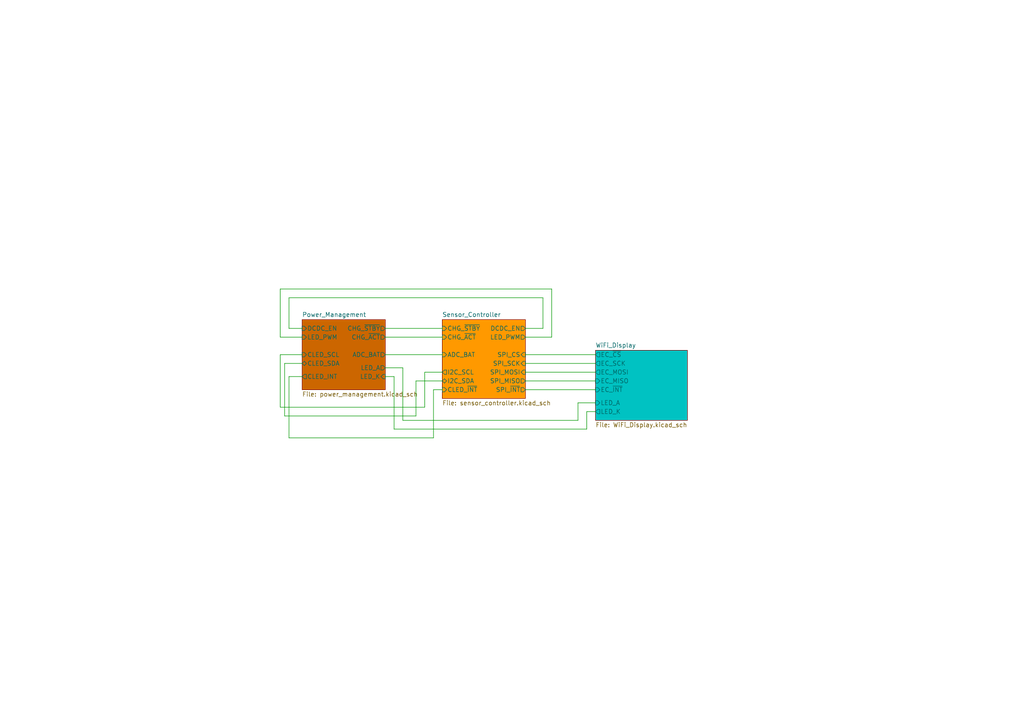
<source format=kicad_sch>
(kicad_sch (version 20211123) (generator eeschema)
  (paper "A4")
  (title_block (title "Home Sensor Tag") (rev "A0") (company "iM.Inc") (comment 1 "PRE-RELEASE"))
  (lib_symbols)
  (wire (pts (xy 167.64 121.92) (xy 167.64 116.84)))
  (wire (pts (xy 128.27 107.95) (xy 123.19 107.95)))
  (wire (pts (xy 128.27 110.49) (xy 120.65 110.49)))
  (wire (pts (xy 82.55 120.65) (xy 82.55 105.41)))
  (wire (pts (xy 81.28 97.79) (xy 87.63 97.79)))
  (wire (pts (xy 152.4 107.95) (xy 172.72 107.95)))
  (wire (pts (xy 152.4 102.87) (xy 172.72 102.87)))
  (wire (pts (xy 152.4 113.03) (xy 172.72 113.03)))
  (wire (pts (xy 111.76 97.79) (xy 128.27 97.79)))
  (wire (pts (xy 111.76 95.25) (xy 128.27 95.25)))
  (wire (pts (xy 170.18 119.38) (xy 170.18 124.46)))
  (wire (pts (xy 157.48 95.25) (xy 157.48 86.36)))
  (wire (pts (xy 123.19 107.95) (xy 123.19 118.11)))
  (wire (pts (xy 81.28 102.87) (xy 87.63 102.87)))
  (wire (pts (xy 172.72 119.38) (xy 170.18 119.38)))
  (wire (pts (xy 81.28 83.82) (xy 81.28 97.79)))
  (wire (pts (xy 82.55 105.41) (xy 87.63 105.41)))
  (wire (pts (xy 120.65 120.65) (xy 82.55 120.65)))
  (wire (pts (xy 114.3 124.46) (xy 114.3 109.22)))
  (wire (pts (xy 160.02 97.79) (xy 160.02 83.82)))
  (wire (pts (xy 111.76 109.22) (xy 114.3 109.22)))
  (wire (pts (xy 83.82 86.36) (xy 83.82 95.25)))
  (wire (pts (xy 152.4 110.49) (xy 172.72 110.49)))
  (wire (pts (xy 125.73 113.03) (xy 125.73 127)))
  (wire (pts (xy 152.4 97.79) (xy 160.02 97.79)))
  (wire (pts (xy 125.73 127) (xy 83.82 127)))
  (wire (pts (xy 128.27 113.03) (xy 125.73 113.03)))
  (wire (pts (xy 83.82 95.25) (xy 87.63 95.25)))
  (wire (pts (xy 170.18 124.46) (xy 114.3 124.46)))
  (wire (pts (xy 160.02 83.82) (xy 81.28 83.82)))
  (wire (pts (xy 111.76 106.68) (xy 116.84 106.68)))
  (wire (pts (xy 83.82 109.22) (xy 87.63 109.22)))
  (wire (pts (xy 157.48 86.36) (xy 83.82 86.36)))
  (wire (pts (xy 167.64 116.84) (xy 172.72 116.84)))
  (wire (pts (xy 81.28 118.11) (xy 81.28 102.87)))
  (wire (pts (xy 111.76 102.87) (xy 128.27 102.87)))
  (wire (pts (xy 116.84 106.68) (xy 116.84 121.92)))
  (wire (pts (xy 152.4 105.41) (xy 172.72 105.41)))
  (wire (pts (xy 152.4 95.25) (xy 157.48 95.25)))
  (wire (pts (xy 120.65 110.49) (xy 120.65 120.65)))
  (wire (pts (xy 123.19 118.11) (xy 81.28 118.11)))
  (wire (pts (xy 83.82 127) (xy 83.82 109.22)))
  (wire (pts (xy 116.84 121.92) (xy 167.64 121.92)))
  (sheet (at 128.27 92.71) (size 24.13 22.86) (stroke (width 0.1524)) (fill (color 255 153 0 1.0000))
    (property "Sheet name" "Sensor_Controller" (at 128.27 91.9984 0) (effects (justify left bottom)))
    (property "Sheet file" "sensor_controller.kicad_sch" (at 128.27 116.1546 0) (effects (justify left top)))
    (pin "CHG_~{STBY}" input (at 128.27 95.25 180))
    (pin "ADC_BAT" input (at 128.27 102.87 180))
    (pin "DCDC_EN" output (at 152.4 95.25 0))
    (pin "SPI_CS" input (at 152.4 102.87 0))
    (pin "SPI_MOSI" input (at 152.4 107.95 0))
    (pin "SPI_MISO" output (at 152.4 110.49 0))
    (pin "CHG_~{ACT}" input (at 128.27 97.79 180))
    (pin "SPI_SCK" input (at 152.4 105.41 0))
    (pin "SPI_~{INT}" output (at 152.4 113.03 0))
    (pin "LED_PWM" output (at 152.4 97.79 0))
    (pin "CLED_~{INT}" input (at 128.27 113.03 180))
    (pin "I2C_SDA" tri_state (at 128.27 110.49 180))
    (pin "I2C_SCL" output (at 128.27 107.95 180))
  )
  (sheet (at 172.72 101.6) (size 26.67 20.32) (stroke (width 0.1524)) (fill (color 0 194 194 1.0000))
    (property "Sheet name" "WiFi_Display" (at 172.72 100.8884 0) (effects (justify left bottom)))
    (property "Sheet file" "WiFi_Display.kicad_sch" (at 172.72 122.5046 0) (effects (justify left top)))
    (pin "LED_K" output (at 172.72 119.38 180))
    (pin "LED_A" input (at 172.72 116.84 180))
    (pin "EC_~{CS}" output (at 172.72 102.87 180))
    (pin "EC_MISO" input (at 172.72 110.49 180))
    (pin "EC_MOSI" output (at 172.72 107.95 180))
    (pin "EC_SCK" output (at 172.72 105.41 180))
    (pin "EC_~{INT}" input (at 172.72 113.03 180))
  )
  (sheet (at 87.63 92.71) (size 24.13 20.32) (stroke (width 0.1524)) (fill (color 204 102 0 1.0000))
    (property "Sheet name" "Power_Management" (at 87.63 91.9984 0) (effects (justify left bottom)))
    (property "Sheet file" "power_management.kicad_sch" (at 87.63 113.6146 0) (effects (justify left top)))
    (pin "DCDC_EN" input (at 87.63 95.25 180))
    (pin "ADC_BAT" output (at 111.76 102.87 0))
    (pin "CHG_~{STBY}" output (at 111.76 95.25 0))
    (pin "CHG_~{ACT}" output (at 111.76 97.79 0))
    (pin "LED_A" output (at 111.76 106.68 0))
    (pin "LED_PWM" input (at 87.63 97.79 180))
    (pin "LED_K" input (at 111.76 109.22 0))
    (pin "CLED_INT" output (at 87.63 109.22 180))
    (pin "CLED_SDA" bidirectional (at 87.63 105.41 180))
    (pin "CLED_SCL" input (at 87.63 102.87 180))
  )
)
</source>
